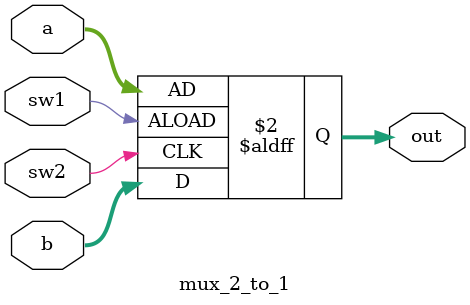
<source format=v>
module mux_2_to_1 (a, b,sw1,sw2, out);

input [7:0] a,b;
input sw1,sw2;
output reg [7:0] out;

always @ (posedge sw1 or posedge sw2)
   begin
      if (sw1)
         begin
            out <= a;
         end
      else
         begin
            out <= b;
         end
   end
endmodule
</source>
